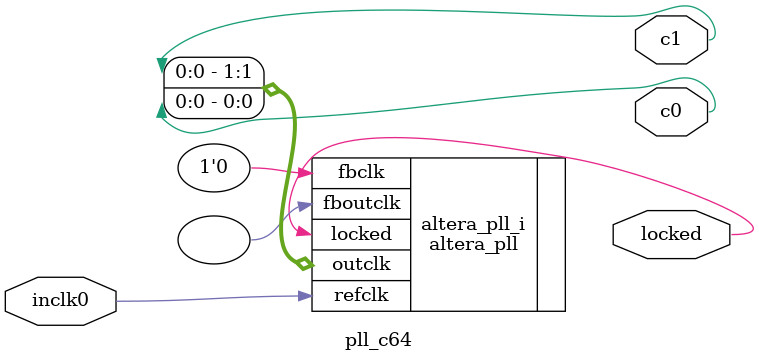
<source format=v>
module pll_c64 (
		input  wire  inclk0,   
		output wire  c0, 
        output wire  c1, 
		output wire  locked    
	);

	altera_pll #(
		.fractional_vco_multiplier("true"),
		.reference_clock_frequency("50.0 MHz"),
		.operation_mode("direct"),
		.number_of_clocks(2),
		.output_clock_frequency0("63.0000000 MHz"),
		.phase_shift0("0 ps"),
		.duty_cycle0(50),
		.output_clock_frequency1("32.7270000 MHz"),
		.phase_shift1("0 ps"),
		.duty_cycle1(50),
		.pll_type("General"),
		.pll_subtype("General")
	) altera_pll_i (
		.outclk	({c1,c0}),
		.locked	(locked),
		.fboutclk	( ),
		.fbclk	(1'b0),
		.refclk	(inclk0)
	);



endmodule


</source>
